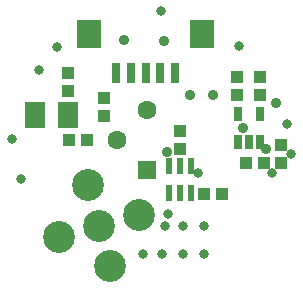
<source format=gts>
G04 Layer_Color=8388736*
%FSLAX25Y25*%
%MOIN*%
G70*
G01*
G75*
%ADD13R,0.02200X0.05800*%
%ADD14R,0.02800X0.07000*%
%ADD30R,0.04147X0.04147*%
%ADD31R,0.03162X0.05131*%
%ADD32R,0.04147X0.04147*%
%ADD33R,0.08300X0.09500*%
%ADD34R,0.06800X0.08800*%
%ADD35C,0.10642*%
%ADD36R,0.06312X0.06312*%
%ADD37C,0.06312*%
%ADD38C,0.03556*%
%ADD39C,0.03202*%
D13*
X14740Y-8600D02*
D03*
X11000D02*
D03*
X7260D02*
D03*
Y-17400D02*
D03*
X11000D02*
D03*
X14740D02*
D03*
D14*
X-10342Y22500D02*
D03*
X-5421D02*
D03*
X-500D02*
D03*
X4421D02*
D03*
X9343D02*
D03*
D30*
X32949Y-7500D02*
D03*
X39051D02*
D03*
X25051Y-18000D02*
D03*
X18949D02*
D03*
X-19949Y0D02*
D03*
X-26051D02*
D03*
D31*
X30260Y-724D02*
D03*
X34000D02*
D03*
X37740D02*
D03*
Y8724D02*
D03*
X30260D02*
D03*
D32*
X30000Y14949D02*
D03*
Y21051D02*
D03*
X11000Y3051D02*
D03*
Y-3051D02*
D03*
X44500Y-7551D02*
D03*
Y-1449D02*
D03*
X37500Y21051D02*
D03*
Y14949D02*
D03*
X-14500Y14051D02*
D03*
Y7949D02*
D03*
X-26500Y16398D02*
D03*
Y22500D02*
D03*
D33*
X18200Y35500D02*
D03*
X-19200D02*
D03*
D34*
X-37500Y8500D02*
D03*
X-26500D02*
D03*
D35*
X-16000Y-28500D02*
D03*
X-29445Y-32103D02*
D03*
X-12397Y-41945D02*
D03*
X-2555Y-24897D02*
D03*
X-19603Y-15055D02*
D03*
D36*
X0Y-10000D02*
D03*
D37*
X-10000Y0D02*
D03*
X0Y10000D02*
D03*
D38*
X32000Y4000D02*
D03*
X39500Y-3000D02*
D03*
X-7800Y33500D02*
D03*
X43000Y12500D02*
D03*
X14200Y15000D02*
D03*
X21839D02*
D03*
X5500Y33100D02*
D03*
X6500Y-4000D02*
D03*
D39*
X17100Y-10760D02*
D03*
X46500Y5500D02*
D03*
X-1500Y-38000D02*
D03*
X6000Y-28500D02*
D03*
X12000D02*
D03*
X19000D02*
D03*
X5000Y-38000D02*
D03*
X12000D02*
D03*
X19000D02*
D03*
X4500Y43000D02*
D03*
X30500Y31500D02*
D03*
X-42000Y-13000D02*
D03*
X-45000Y500D02*
D03*
X-36000Y23500D02*
D03*
X-30000Y31000D02*
D03*
X7000Y-24500D02*
D03*
X48000Y-4500D02*
D03*
X41500Y-11000D02*
D03*
M02*

</source>
